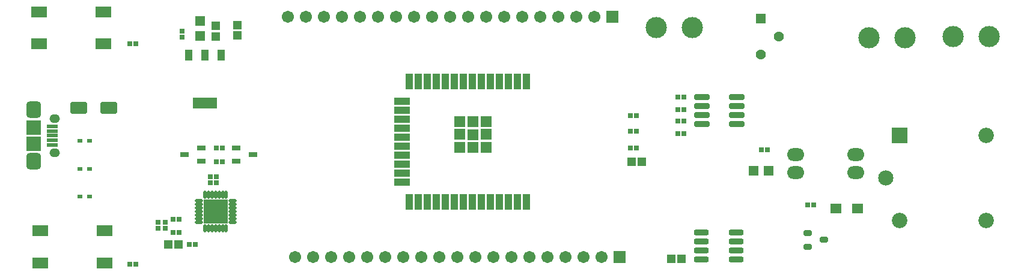
<source format=gts>
G04*
G04 #@! TF.GenerationSoftware,Altium Limited,Altium Designer,23.9.2 (47)*
G04*
G04 Layer_Color=8388736*
%FSLAX44Y44*%
%MOMM*%
G71*
G04*
G04 #@! TF.SameCoordinates,96740390-7EB4-44B9-9E62-99E587B0A754*
G04*
G04*
G04 #@! TF.FilePolarity,Negative*
G04*
G01*
G75*
%ADD47R,0.6832X0.6032*%
%ADD48R,1.4032X1.4032*%
%ADD49R,0.7532X0.8032*%
%ADD50R,0.8032X0.7532*%
%ADD51R,1.1532X1.1532*%
%ADD52R,3.4532X3.4532*%
G04:AMPARAMS|DCode=53|XSize=1.2132mm|YSize=0.4732mm|CornerRadius=0.1691mm|HoleSize=0mm|Usage=FLASHONLY|Rotation=270.000|XOffset=0mm|YOffset=0mm|HoleType=Round|Shape=RoundedRectangle|*
%AMROUNDEDRECTD53*
21,1,1.2132,0.1350,0,0,270.0*
21,1,0.8750,0.4732,0,0,270.0*
1,1,0.3382,-0.0675,-0.4375*
1,1,0.3382,-0.0675,0.4375*
1,1,0.3382,0.0675,0.4375*
1,1,0.3382,0.0675,-0.4375*
%
%ADD53ROUNDEDRECTD53*%
G04:AMPARAMS|DCode=54|XSize=1.2132mm|YSize=0.4732mm|CornerRadius=0.1691mm|HoleSize=0mm|Usage=FLASHONLY|Rotation=180.000|XOffset=0mm|YOffset=0mm|HoleType=Round|Shape=RoundedRectangle|*
%AMROUNDEDRECTD54*
21,1,1.2132,0.1350,0,0,180.0*
21,1,0.8750,0.4732,0,0,180.0*
1,1,0.3382,-0.4375,0.0675*
1,1,0.3382,0.4375,0.0675*
1,1,0.3382,0.4375,-0.0675*
1,1,0.3382,-0.4375,-0.0675*
%
%ADD54ROUNDEDRECTD54*%
G04:AMPARAMS|DCode=55|XSize=2.1732mm|YSize=0.8032mm|CornerRadius=0.1766mm|HoleSize=0mm|Usage=FLASHONLY|Rotation=0.000|XOffset=0mm|YOffset=0mm|HoleType=Round|Shape=RoundedRectangle|*
%AMROUNDEDRECTD55*
21,1,2.1732,0.4500,0,0,0.0*
21,1,1.8200,0.8032,0,0,0.0*
1,1,0.3532,0.9100,-0.2250*
1,1,0.3532,-0.9100,-0.2250*
1,1,0.3532,-0.9100,0.2250*
1,1,0.3532,0.9100,0.2250*
%
%ADD55ROUNDEDRECTD55*%
%ADD56R,1.5032X1.3532*%
%ADD57R,1.2032X0.8032*%
%ADD58R,1.5532X0.6032*%
G04:AMPARAMS|DCode=59|XSize=2.3032mm|YSize=2.1032mm|CornerRadius=0.4816mm|HoleSize=0mm|Usage=FLASHONLY|Rotation=270.000|XOffset=0mm|YOffset=0mm|HoleType=Round|Shape=RoundedRectangle|*
%AMROUNDEDRECTD59*
21,1,2.3032,1.1400,0,0,270.0*
21,1,1.3400,2.1032,0,0,270.0*
1,1,0.9632,-0.5700,-0.6700*
1,1,0.9632,-0.5700,0.6700*
1,1,0.9632,0.5700,0.6700*
1,1,0.9632,0.5700,-0.6700*
%
%ADD59ROUNDEDRECTD59*%
%ADD60R,2.1032X2.0032*%
G04:AMPARAMS|DCode=61|XSize=1.2532mm|YSize=1.4532mm|CornerRadius=0.6266mm|HoleSize=0mm|Usage=FLASHONLY|Rotation=90.000|XOffset=0mm|YOffset=0mm|HoleType=Round|Shape=RoundedRectangle|*
%AMROUNDEDRECTD61*
21,1,1.2532,0.2000,0,0,90.0*
21,1,0.0000,1.4532,0,0,90.0*
1,1,1.2532,0.1000,0.0000*
1,1,1.2532,0.1000,0.0000*
1,1,1.2532,-0.1000,0.0000*
1,1,1.2532,-0.1000,0.0000*
%
%ADD61ROUNDEDRECTD61*%
%ADD62R,2.3032X1.6032*%
%ADD63R,3.4532X1.5532*%
%ADD64R,1.1032X1.5532*%
%ADD65R,1.5032X1.5032*%
%ADD66R,1.5032X1.5032*%
%ADD67R,1.1032X2.2032*%
%ADD68R,2.2032X1.1032*%
%ADD69R,1.1532X1.1532*%
G04:AMPARAMS|DCode=70|XSize=2.1032mm|YSize=0.8032mm|CornerRadius=0.2516mm|HoleSize=0mm|Usage=FLASHONLY|Rotation=0.000|XOffset=0mm|YOffset=0mm|HoleType=Round|Shape=RoundedRectangle|*
%AMROUNDEDRECTD70*
21,1,2.1032,0.3000,0,0,0.0*
21,1,1.6000,0.8032,0,0,0.0*
1,1,0.5032,0.8000,-0.1500*
1,1,0.5032,-0.8000,-0.1500*
1,1,0.5032,-0.8000,0.1500*
1,1,0.5032,0.8000,0.1500*
%
%ADD70ROUNDEDRECTD70*%
%ADD71O,2.4532X1.8032*%
G04:AMPARAMS|DCode=72|XSize=2.4032mm|YSize=1.7032mm|CornerRadius=0.2891mm|HoleSize=0mm|Usage=FLASHONLY|Rotation=0.000|XOffset=0mm|YOffset=0mm|HoleType=Round|Shape=RoundedRectangle|*
%AMROUNDEDRECTD72*
21,1,2.4032,1.1250,0,0,0.0*
21,1,1.8250,1.7032,0,0,0.0*
1,1,0.5782,0.9125,-0.5625*
1,1,0.5782,-0.9125,-0.5625*
1,1,0.5782,-0.9125,0.5625*
1,1,0.5782,0.9125,0.5625*
%
%ADD72ROUNDEDRECTD72*%
G04:AMPARAMS|DCode=73|XSize=0.8032mm|YSize=1.2032mm|CornerRadius=0.1766mm|HoleSize=0mm|Usage=FLASHONLY|Rotation=270.000|XOffset=0mm|YOffset=0mm|HoleType=Round|Shape=RoundedRectangle|*
%AMROUNDEDRECTD73*
21,1,0.8032,0.8500,0,0,270.0*
21,1,0.4500,1.2032,0,0,270.0*
1,1,0.3532,-0.4250,-0.2250*
1,1,0.3532,-0.4250,0.2250*
1,1,0.3532,0.4250,0.2250*
1,1,0.3532,0.4250,-0.2250*
%
%ADD73ROUNDEDRECTD73*%
%ADD74R,1.4032X1.4032*%
%ADD75C,1.7032*%
%ADD76R,1.7032X1.7032*%
%ADD77C,2.9972*%
%ADD78R,1.4252X1.4252*%
%ADD79C,1.4252*%
%ADD80R,2.1832X2.1832*%
%ADD81C,2.1382*%
%ADD82C,2.1832*%
D47*
X81665Y189865D02*
D03*
X94865D02*
D03*
Y111125D02*
D03*
X81665D02*
D03*
X94865Y150495D02*
D03*
X81665D02*
D03*
D48*
X250825Y338201D02*
D03*
Y359201D02*
D03*
D49*
X225425Y336745D02*
D03*
Y345245D02*
D03*
X201295Y66235D02*
D03*
Y74735D02*
D03*
X191135Y66235D02*
D03*
Y74735D02*
D03*
X273685Y131005D02*
D03*
Y139505D02*
D03*
X264795Y131005D02*
D03*
Y139505D02*
D03*
D50*
X281745Y179705D02*
D03*
X273245D02*
D03*
X220785Y79375D02*
D03*
X212285D02*
D03*
Y60325D02*
D03*
X220785D02*
D03*
X235145Y43815D02*
D03*
X243645D02*
D03*
X159825Y15875D02*
D03*
X151325D02*
D03*
X273245Y160655D02*
D03*
X281745D02*
D03*
X1106805Y99695D02*
D03*
X1115305D02*
D03*
X923485Y252095D02*
D03*
X931985D02*
D03*
X857005Y225425D02*
D03*
X865505D02*
D03*
X931985Y234315D02*
D03*
X923485D02*
D03*
X857005Y179705D02*
D03*
X865505D02*
D03*
X857005Y203835D02*
D03*
X865505D02*
D03*
X931985Y217805D02*
D03*
X923485D02*
D03*
X931985Y200025D02*
D03*
X923485D02*
D03*
X1050095Y177165D02*
D03*
X1041595D02*
D03*
X151765Y327025D02*
D03*
X160265D02*
D03*
D51*
X219975Y43815D02*
D03*
X205475D02*
D03*
X928635Y23495D02*
D03*
X914135D02*
D03*
X858755Y160655D02*
D03*
X873255D02*
D03*
D52*
X272415Y90505D02*
D03*
D53*
X257415Y114105D02*
D03*
X262415D02*
D03*
X267415D02*
D03*
X272415D02*
D03*
X277415D02*
D03*
X282415D02*
D03*
X287415D02*
D03*
Y66905D02*
D03*
X282415D02*
D03*
X277415D02*
D03*
X272415D02*
D03*
X267415D02*
D03*
X262415D02*
D03*
X257415D02*
D03*
D54*
X296015Y105505D02*
D03*
Y100505D02*
D03*
Y95505D02*
D03*
Y90505D02*
D03*
Y85505D02*
D03*
Y80505D02*
D03*
Y75505D02*
D03*
X248815D02*
D03*
Y80505D02*
D03*
Y85505D02*
D03*
Y90505D02*
D03*
Y95505D02*
D03*
Y100505D02*
D03*
Y105505D02*
D03*
D55*
X1007045Y252095D02*
D03*
Y239395D02*
D03*
Y226695D02*
D03*
Y213995D02*
D03*
X957645D02*
D03*
Y226695D02*
D03*
Y239395D02*
D03*
Y252095D02*
D03*
D56*
X1176655Y94615D02*
D03*
X1146655D02*
D03*
D57*
X301055Y180315D02*
D03*
Y161315D02*
D03*
X325055Y170815D02*
D03*
X228665D02*
D03*
X252665Y180315D02*
D03*
Y161315D02*
D03*
D58*
X42625Y204055D02*
D03*
Y210555D02*
D03*
Y184555D02*
D03*
Y191055D02*
D03*
Y197555D02*
D03*
D59*
X15875Y161055D02*
D03*
Y234055D02*
D03*
D60*
Y209055D02*
D03*
Y186055D02*
D03*
D61*
X45375Y221805D02*
D03*
Y173305D02*
D03*
D62*
X23715Y372385D02*
D03*
X114715D02*
D03*
Y327385D02*
D03*
X23715D02*
D03*
X116205Y62865D02*
D03*
X25205D02*
D03*
Y17865D02*
D03*
X116205D02*
D03*
D63*
X257175Y243995D02*
D03*
D64*
X234275Y310995D02*
D03*
X257175D02*
D03*
X280075D02*
D03*
D65*
X653443Y180975D02*
D03*
X635014Y180678D02*
D03*
Y199028D02*
D03*
Y217378D02*
D03*
X616585Y180975D02*
D03*
D66*
X653443Y199325D02*
D03*
X653364Y217378D02*
D03*
X616664D02*
D03*
X616585Y199325D02*
D03*
D67*
X710014Y274028D02*
D03*
D03*
X697314D02*
D03*
X684614D02*
D03*
X671914D02*
D03*
X659214D02*
D03*
X646514D02*
D03*
X633814D02*
D03*
X621114D02*
D03*
X608414D02*
D03*
X595714D02*
D03*
X583014D02*
D03*
X570314D02*
D03*
X557614D02*
D03*
X544914D02*
D03*
Y104028D02*
D03*
D03*
X557614D02*
D03*
X570314D02*
D03*
X583014D02*
D03*
X595714D02*
D03*
X608414D02*
D03*
X621114D02*
D03*
X633814D02*
D03*
X646514D02*
D03*
X659214D02*
D03*
X671914D02*
D03*
X684614D02*
D03*
X697314D02*
D03*
X710014D02*
D03*
D68*
X534914Y246178D02*
D03*
D03*
Y233478D02*
D03*
Y220778D02*
D03*
Y208078D02*
D03*
Y195378D02*
D03*
Y182678D02*
D03*
Y169978D02*
D03*
Y157278D02*
D03*
Y144578D02*
D03*
Y131878D02*
D03*
D69*
X302895Y353325D02*
D03*
Y338825D02*
D03*
X272415Y337925D02*
D03*
Y352425D02*
D03*
D70*
X956525Y60325D02*
D03*
Y47625D02*
D03*
Y34925D02*
D03*
Y22225D02*
D03*
X1005625D02*
D03*
Y34925D02*
D03*
Y47625D02*
D03*
Y60325D02*
D03*
D71*
X1089705Y170815D02*
D03*
Y145415D02*
D03*
X1174705D02*
D03*
Y170815D02*
D03*
D72*
X121965Y236855D02*
D03*
X79965D02*
D03*
D73*
X1106735Y59665D02*
D03*
Y40665D02*
D03*
X1129735Y50165D02*
D03*
D74*
X1051351Y147955D02*
D03*
X1030351D02*
D03*
D75*
X374015Y365125D02*
D03*
X399415D02*
D03*
X424815D02*
D03*
X450215D02*
D03*
X475615D02*
D03*
X501015D02*
D03*
X526415D02*
D03*
X551815D02*
D03*
X577215D02*
D03*
X602615D02*
D03*
X628015D02*
D03*
X653415D02*
D03*
X678815D02*
D03*
X704215D02*
D03*
X729615D02*
D03*
X755015D02*
D03*
X780415D02*
D03*
X805815D02*
D03*
X384175Y26035D02*
D03*
X409575D02*
D03*
X434975D02*
D03*
X460375D02*
D03*
X485775D02*
D03*
X511175D02*
D03*
X536575D02*
D03*
X561975D02*
D03*
X587375D02*
D03*
X612775D02*
D03*
X638175D02*
D03*
X663575D02*
D03*
X688975D02*
D03*
X714375D02*
D03*
X739775D02*
D03*
X765175D02*
D03*
X790575D02*
D03*
X815975D02*
D03*
D76*
X831215Y365125D02*
D03*
X841375Y26035D02*
D03*
D77*
X893445Y349885D02*
D03*
X944245D02*
D03*
X1362075Y337185D02*
D03*
X1311275D02*
D03*
X1243965Y335915D02*
D03*
X1193165D02*
D03*
D78*
X1040765Y362585D02*
D03*
D79*
X1066165Y337185D02*
D03*
X1040765Y311785D02*
D03*
D80*
X1236305Y197795D02*
D03*
D81*
X1216305Y137795D02*
D03*
D82*
X1236305Y77795D02*
D03*
X1358305D02*
D03*
Y197795D02*
D03*
M02*

</source>
